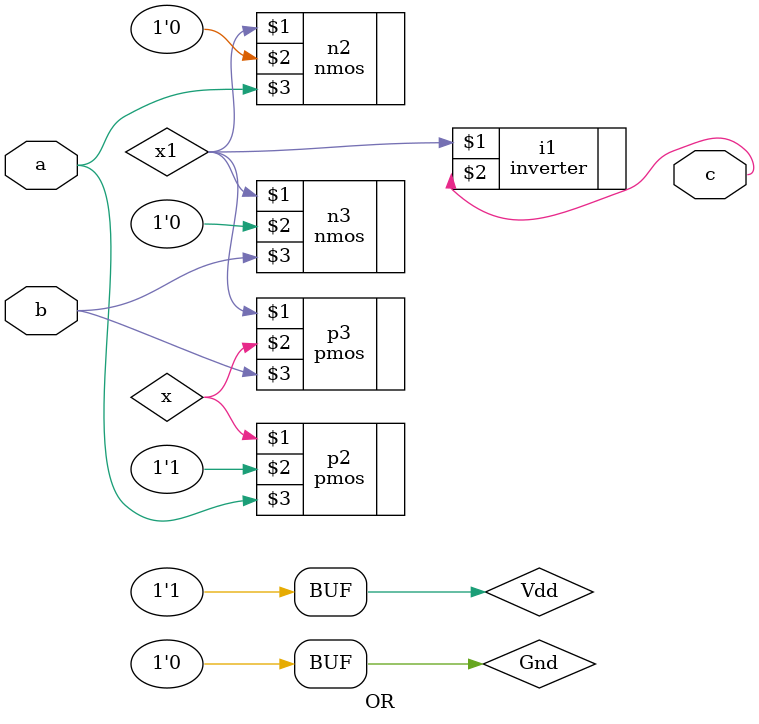
<source format=v>
module OR(a,b,c);
input a,b;
output c;
supply1 Vdd;
supply0 Gnd;
wire x,x1;
pmos p2(x,Vdd,a);
pmos p3(x1,x,b);
nmos n2(x1,Gnd,a);
nmos n3(x1,Gnd,b);
inverter i1(x1,c);
endmodule

</source>
